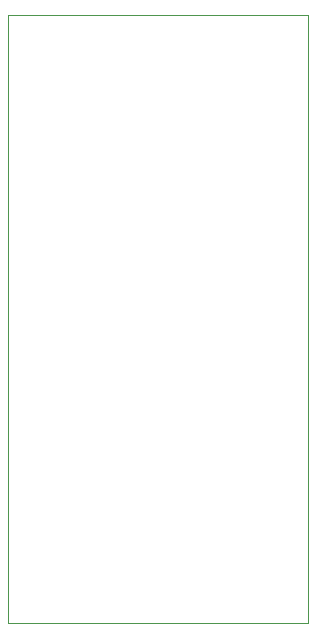
<source format=gbr>
%TF.GenerationSoftware,KiCad,Pcbnew,9.0.3*%
%TF.CreationDate,2025-09-07T15:09:46-04:00*%
%TF.ProjectId,flight-computer,666c6967-6874-42d6-936f-6d7075746572,rev?*%
%TF.SameCoordinates,Original*%
%TF.FileFunction,Profile,NP*%
%FSLAX46Y46*%
G04 Gerber Fmt 4.6, Leading zero omitted, Abs format (unit mm)*
G04 Created by KiCad (PCBNEW 9.0.3) date 2025-09-07 15:09:46*
%MOMM*%
%LPD*%
G01*
G04 APERTURE LIST*
%TA.AperFunction,Profile*%
%ADD10C,0.050000*%
%TD*%
G04 APERTURE END LIST*
D10*
X132080000Y-78746555D02*
X157480000Y-78746555D01*
X157480000Y-130246555D01*
X132080000Y-130246555D01*
X132080000Y-78746555D01*
M02*

</source>
